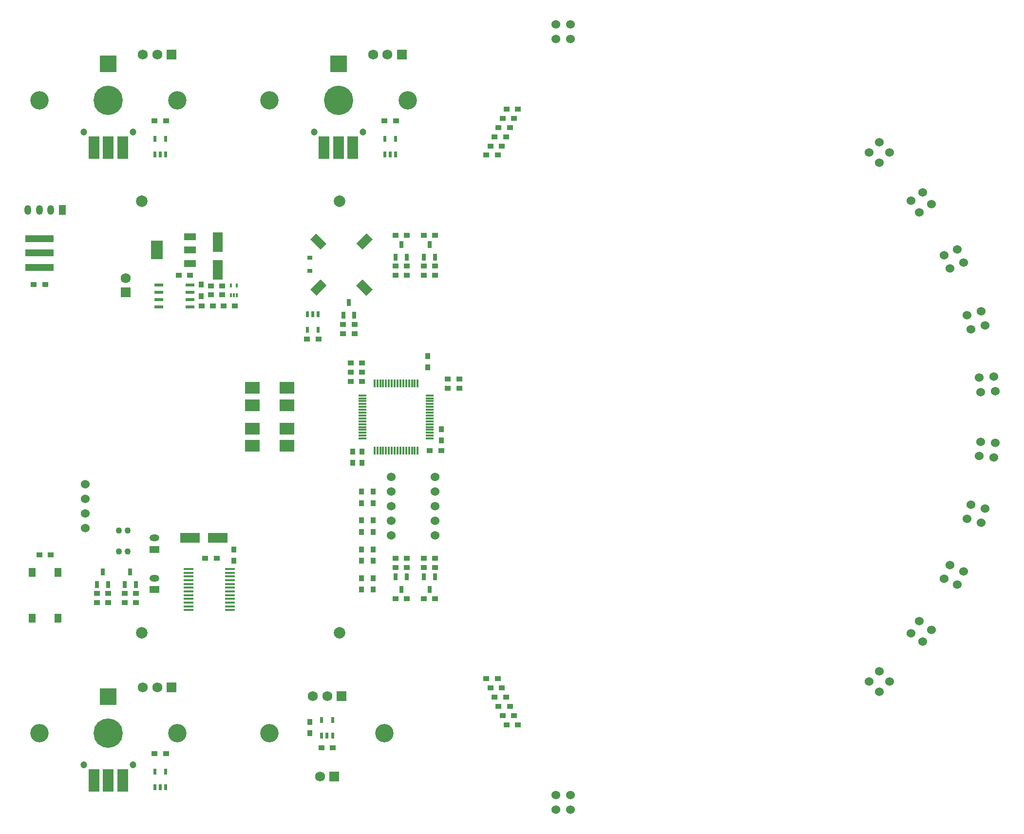
<source format=gts>
G04 #@! TF.FileFunction,Soldermask,Top*
%FSLAX46Y46*%
G04 Gerber Fmt 4.6, Leading zero omitted, Abs format (unit mm)*
G04 Created by KiCad (PCBNEW 4.0.1-stable) date 2018/11/10 20:41:03*
%MOMM*%
G01*
G04 APERTURE LIST*
%ADD10C,0.100000*%
%ADD11R,1.000000X0.900000*%
%ADD12R,1.750000X1.750000*%
%ADD13C,1.750000*%
%ADD14C,5.100000*%
%ADD15R,1.900000X4.000000*%
%ADD16R,3.000000X3.000000*%
%ADD17C,1.200000*%
%ADD18R,0.500000X1.100000*%
%ADD19C,3.200000*%
%ADD20R,0.900000X1.000000*%
%ADD21R,0.900000X0.800000*%
%ADD22R,1.200000X1.700000*%
%ADD23O,1.200000X1.700000*%
%ADD24R,1.700000X1.200000*%
%ADD25O,1.700000X1.200000*%
%ADD26R,0.800000X1.200000*%
%ADD27R,5.000000X1.200000*%
%ADD28R,1.300000X1.550000*%
%ADD29R,1.400000X0.300000*%
%ADD30R,0.300000X1.400000*%
%ADD31R,0.300000X0.700000*%
%ADD32R,1.750000X0.450000*%
%ADD33R,2.150000X3.250000*%
%ADD34R,2.150000X1.300000*%
%ADD35C,1.524000*%
%ADD36R,1.550000X0.600000*%
%ADD37R,2.500000X2.000000*%
%ADD38C,1.100000*%
%ADD39R,1.700000X3.400000*%
%ADD40R,3.400000X1.700000*%
%ADD41C,2.000000*%
G04 APERTURE END LIST*
D10*
D11*
X90000000Y-48500000D03*
X92000000Y-48500000D03*
D12*
X93000000Y-37000000D03*
D13*
X90500000Y-37000000D03*
X88000000Y-37000000D03*
D14*
X82000000Y-45000000D03*
D15*
X82000000Y-53200000D03*
X79500000Y-53200000D03*
X84500000Y-53200000D03*
D16*
X82000000Y-38600000D03*
D17*
X77750000Y-50500000D03*
X86250000Y-50500000D03*
D18*
X90050000Y-54350000D03*
X91000000Y-54350000D03*
X91950000Y-54350000D03*
X91950000Y-51650000D03*
X90050000Y-51650000D03*
D19*
X70000000Y-45000000D03*
X94000000Y-45000000D03*
X54000000Y-45000000D03*
X30000000Y-45000000D03*
D18*
X50050000Y-54350000D03*
X51000000Y-54350000D03*
X51950000Y-54350000D03*
X51950000Y-51650000D03*
X50050000Y-51650000D03*
D14*
X42000000Y-45000000D03*
D15*
X42000000Y-53200000D03*
X39500000Y-53200000D03*
X44500000Y-53200000D03*
D16*
X42000000Y-38600000D03*
D17*
X37750000Y-50500000D03*
X46250000Y-50500000D03*
D12*
X53000000Y-37000000D03*
D13*
X50500000Y-37000000D03*
X48000000Y-37000000D03*
D11*
X50000000Y-48500000D03*
X52000000Y-48500000D03*
D20*
X99900000Y-102100000D03*
X99900000Y-104100000D03*
D11*
X101000000Y-93400000D03*
X103000000Y-93400000D03*
X101000000Y-95000000D03*
X103000000Y-95000000D03*
D20*
X97500000Y-89400000D03*
X97500000Y-91400000D03*
D11*
X97850000Y-105850000D03*
X99850000Y-105850000D03*
X86100000Y-92200000D03*
X84100000Y-92200000D03*
X56200000Y-75400000D03*
X54200000Y-75400000D03*
X86100000Y-93800000D03*
X84100000Y-93800000D03*
D20*
X58100000Y-77000000D03*
X58100000Y-79000000D03*
X86100000Y-106000000D03*
X86100000Y-108000000D03*
X84500000Y-106000000D03*
X84500000Y-108000000D03*
X63800000Y-125000000D03*
X63800000Y-123000000D03*
D11*
X60800000Y-124600000D03*
X58800000Y-124600000D03*
X78500000Y-86500000D03*
X76500000Y-86500000D03*
D21*
X77000000Y-72350000D03*
X77000000Y-74650000D03*
D22*
X34000000Y-64000000D03*
D23*
X32000000Y-64000000D03*
X30000000Y-64000000D03*
X28000000Y-64000000D03*
D12*
X45000000Y-78365000D03*
D13*
X45000000Y-75865000D03*
D24*
X50000000Y-130000000D03*
D25*
X50000000Y-128000000D03*
D24*
X50000000Y-123000000D03*
D25*
X50000000Y-121000000D03*
D26*
X82850000Y-82300000D03*
X84750000Y-82300000D03*
X83800000Y-80100000D03*
X91950000Y-72200000D03*
X93850000Y-72200000D03*
X92900000Y-70000000D03*
X96850000Y-72200000D03*
X98750000Y-72200000D03*
X97800000Y-70000000D03*
X98750000Y-127800000D03*
X96850000Y-127800000D03*
X97800000Y-130000000D03*
X93850000Y-127800000D03*
X91950000Y-127800000D03*
X92900000Y-130000000D03*
D20*
X88000000Y-130000000D03*
X88000000Y-128000000D03*
X88000000Y-125000000D03*
X88000000Y-123000000D03*
X88000000Y-120000000D03*
X88000000Y-118000000D03*
X88000000Y-115000000D03*
X88000000Y-113000000D03*
D11*
X32000000Y-124000000D03*
X30000000Y-124000000D03*
X29000000Y-77000000D03*
X31000000Y-77000000D03*
X59800000Y-77200000D03*
X61800000Y-77200000D03*
X61800000Y-78800000D03*
X59800000Y-78800000D03*
X86100000Y-90600000D03*
X84100000Y-90600000D03*
X58200000Y-80700000D03*
X60200000Y-80700000D03*
X84800000Y-85500000D03*
X82800000Y-85500000D03*
X82800000Y-83900000D03*
X84800000Y-83900000D03*
X91900000Y-75400000D03*
X93900000Y-75400000D03*
X96800000Y-75400000D03*
X98800000Y-75400000D03*
X98800000Y-124600000D03*
X96800000Y-124600000D03*
X93900000Y-124600000D03*
X91900000Y-124600000D03*
X91900000Y-73800000D03*
X93900000Y-73800000D03*
X96800000Y-73800000D03*
X98800000Y-73800000D03*
X98800000Y-126200000D03*
X96800000Y-126200000D03*
X93900000Y-126200000D03*
X91900000Y-126200000D03*
X91900000Y-68400000D03*
X93900000Y-68400000D03*
X96800000Y-68400000D03*
X98800000Y-68400000D03*
X96800000Y-131600000D03*
X98800000Y-131600000D03*
X91900000Y-131600000D03*
X93900000Y-131600000D03*
X111800000Y-49700000D03*
X109800000Y-49700000D03*
X112500000Y-48100000D03*
X110500000Y-48100000D03*
X113200000Y-46500000D03*
X111200000Y-46500000D03*
X109700000Y-54500000D03*
X107700000Y-54500000D03*
X110400000Y-52900000D03*
X108400000Y-52900000D03*
X111100000Y-51300000D03*
X109100000Y-51300000D03*
X111100000Y-148700000D03*
X109100000Y-148700000D03*
X110400000Y-147100000D03*
X108400000Y-147100000D03*
X109700000Y-145500000D03*
X107700000Y-145500000D03*
X113200000Y-153500000D03*
X111200000Y-153500000D03*
X112500000Y-151900000D03*
X110500000Y-151900000D03*
X111800000Y-150300000D03*
X109800000Y-150300000D03*
D18*
X78450000Y-82150000D03*
X77500000Y-82150000D03*
X76550000Y-82150000D03*
X76550000Y-84850000D03*
X78450000Y-84850000D03*
D27*
X30000000Y-74000000D03*
X30000000Y-71500000D03*
X30000000Y-69000000D03*
D28*
X33250000Y-127025000D03*
X33250000Y-134975000D03*
X28750000Y-127025000D03*
X28750000Y-134975000D03*
D29*
X97850000Y-103750000D03*
X97850000Y-103250000D03*
X97850000Y-102750000D03*
X97850000Y-102250000D03*
X97850000Y-101750000D03*
X97850000Y-101250000D03*
X97850000Y-100750000D03*
X97850000Y-100250000D03*
X97850000Y-99750000D03*
X97850000Y-99250000D03*
X97850000Y-98750000D03*
X97850000Y-98250000D03*
X97850000Y-97750000D03*
X97850000Y-97250000D03*
X97850000Y-96750000D03*
X97850000Y-96250000D03*
D30*
X95750000Y-94150000D03*
X95250000Y-94150000D03*
X94750000Y-94150000D03*
X94250000Y-94150000D03*
X93750000Y-94150000D03*
X93250000Y-94150000D03*
X92750000Y-94150000D03*
X92250000Y-94150000D03*
X91750000Y-94150000D03*
X91250000Y-94150000D03*
X90750000Y-94150000D03*
X90250000Y-94150000D03*
X89750000Y-94150000D03*
X89250000Y-94150000D03*
X88750000Y-94150000D03*
X88250000Y-94150000D03*
D29*
X86150000Y-96250000D03*
X86150000Y-96750000D03*
X86150000Y-97250000D03*
X86150000Y-97750000D03*
X86150000Y-98250000D03*
X86150000Y-98750000D03*
X86150000Y-99250000D03*
X86150000Y-99750000D03*
X86150000Y-100250000D03*
X86150000Y-100750000D03*
X86150000Y-101250000D03*
X86150000Y-101750000D03*
X86150000Y-102250000D03*
X86150000Y-102750000D03*
X86150000Y-103250000D03*
X86150000Y-103750000D03*
D30*
X88250000Y-105850000D03*
X88750000Y-105850000D03*
X89250000Y-105850000D03*
X89750000Y-105850000D03*
X90250000Y-105850000D03*
X90750000Y-105850000D03*
X91250000Y-105850000D03*
X91750000Y-105850000D03*
X92250000Y-105850000D03*
X92750000Y-105850000D03*
X93250000Y-105850000D03*
X93750000Y-105850000D03*
X94250000Y-105850000D03*
X94750000Y-105850000D03*
X95250000Y-105850000D03*
X95750000Y-105850000D03*
D31*
X63300000Y-78850000D03*
X63800000Y-78850000D03*
X64300000Y-78850000D03*
X64300000Y-77150000D03*
X63300000Y-77150000D03*
D32*
X55900000Y-126425000D03*
X55900000Y-127075000D03*
X55900000Y-127725000D03*
X55900000Y-128375000D03*
X55900000Y-129025000D03*
X55900000Y-129675000D03*
X55900000Y-130325000D03*
X55900000Y-130975000D03*
X55900000Y-131625000D03*
X55900000Y-132275000D03*
X55900000Y-132925000D03*
X55900000Y-133575000D03*
X63100000Y-133575000D03*
X63100000Y-132925000D03*
X63100000Y-132275000D03*
X63100000Y-131625000D03*
X63100000Y-130975000D03*
X63100000Y-130325000D03*
X63100000Y-129675000D03*
X63100000Y-129025000D03*
X63100000Y-128375000D03*
X63100000Y-127725000D03*
X63100000Y-127075000D03*
X63100000Y-126425000D03*
D33*
X50400000Y-71000000D03*
D34*
X56200000Y-71000000D03*
X56200000Y-68700000D03*
X56200000Y-73300000D03*
D35*
X91190000Y-115500000D03*
X91190000Y-112960000D03*
X91190000Y-110420000D03*
X91190000Y-118040000D03*
X91190000Y-120580000D03*
X98810000Y-120580000D03*
X98810000Y-118040000D03*
X98810000Y-115500000D03*
X98810000Y-112960000D03*
X98810000Y-110420000D03*
X195907134Y-107040978D03*
X196128510Y-104510644D03*
X193376800Y-106819602D03*
X193598176Y-104289268D03*
X185013648Y-63029413D03*
X183556764Y-60948767D03*
X182933002Y-64486297D03*
X181476118Y-62405651D03*
X177757992Y-54038059D03*
X175961941Y-52242008D03*
X175961941Y-55834110D03*
X174165890Y-54038059D03*
X119730000Y-31730000D03*
X119730000Y-34270000D03*
X122270000Y-31730000D03*
X122270000Y-34270000D03*
X196128510Y-95489356D03*
X195907134Y-92959022D03*
X193598176Y-95710732D03*
X193376800Y-93180398D03*
X194340605Y-84074788D03*
X193683205Y-81621336D03*
X191887153Y-84732188D03*
X191229753Y-82278736D03*
X190597742Y-73144099D03*
X189524292Y-70842077D03*
X188295720Y-74217549D03*
X187222270Y-71915527D03*
X189524292Y-129157923D03*
X190597742Y-126855901D03*
X187222270Y-128084473D03*
X188295720Y-125782451D03*
X193683205Y-118378664D03*
X194340605Y-115925212D03*
X191229753Y-117721264D03*
X191887153Y-115267812D03*
X119730000Y-165730000D03*
X119730000Y-168270000D03*
X122270000Y-165730000D03*
X122270000Y-168270000D03*
X175961941Y-147757992D03*
X177757992Y-145961941D03*
X174165890Y-145961941D03*
X175961941Y-144165890D03*
X183556764Y-139051233D03*
X185013648Y-136970587D03*
X181476118Y-137594349D03*
X182933002Y-135513703D03*
D10*
G36*
X78853553Y-70914214D02*
X77085786Y-69146447D01*
X78146447Y-68085786D01*
X79914214Y-69853553D01*
X78853553Y-70914214D01*
X78853553Y-70914214D01*
G37*
G36*
X78146447Y-78914214D02*
X77085786Y-77853553D01*
X78853553Y-76085786D01*
X79914214Y-77146447D01*
X78146447Y-78914214D01*
X78146447Y-78914214D01*
G37*
G36*
X86853553Y-78914214D02*
X85085786Y-77146447D01*
X86146447Y-76085786D01*
X87914214Y-77853553D01*
X86853553Y-78914214D01*
X86853553Y-78914214D01*
G37*
G36*
X86146447Y-70914214D02*
X85085786Y-69853553D01*
X86853553Y-68085786D01*
X87914214Y-69146447D01*
X86146447Y-70914214D01*
X86146447Y-70914214D01*
G37*
D36*
X50800000Y-77095000D03*
X50800000Y-78365000D03*
X50800000Y-79635000D03*
X50800000Y-80905000D03*
X56200000Y-80905000D03*
X56200000Y-79635000D03*
X56200000Y-78365000D03*
X56200000Y-77095000D03*
D35*
X38000000Y-119310000D03*
X38000000Y-116770000D03*
X38000000Y-114230000D03*
X38000000Y-111690000D03*
D37*
X73000000Y-97960000D03*
X67000000Y-97960000D03*
X67000000Y-94960000D03*
X73000000Y-94960000D03*
X67000000Y-102040000D03*
X73000000Y-102040000D03*
X73000000Y-105040000D03*
X67000000Y-105040000D03*
D38*
X45350000Y-119700000D03*
X43850000Y-119700000D03*
X45350000Y-123400000D03*
X43850000Y-123400000D03*
D26*
X40050000Y-129100000D03*
X41950000Y-129100000D03*
X41000000Y-126900000D03*
X44850000Y-129100000D03*
X46750000Y-129100000D03*
X45800000Y-126900000D03*
D11*
X42000000Y-132300000D03*
X40000000Y-132300000D03*
X40000000Y-130700000D03*
X42000000Y-130700000D03*
X46800000Y-132300000D03*
X44800000Y-132300000D03*
X44800000Y-130700000D03*
X46800000Y-130700000D03*
D39*
X61000000Y-69600000D03*
X61000000Y-74400000D03*
D40*
X61000000Y-121000000D03*
X56200000Y-121000000D03*
D20*
X86000000Y-130000000D03*
X86000000Y-128000000D03*
X86000000Y-125000000D03*
X86000000Y-123000000D03*
X86000000Y-120000000D03*
X86000000Y-118000000D03*
X86000000Y-115000000D03*
X86000000Y-113000000D03*
D11*
X64000000Y-80700000D03*
X62000000Y-80700000D03*
X50000000Y-158500000D03*
X52000000Y-158500000D03*
D20*
X77000000Y-155000000D03*
X77000000Y-153000000D03*
D12*
X53000000Y-147000000D03*
D13*
X50500000Y-147000000D03*
X48000000Y-147000000D03*
D12*
X81270000Y-162500000D03*
D13*
X78770000Y-162500000D03*
D12*
X82540000Y-148500000D03*
D13*
X80040000Y-148500000D03*
X77540000Y-148500000D03*
D11*
X81000000Y-157500000D03*
X79000000Y-157500000D03*
D14*
X42000000Y-155000000D03*
D15*
X42000000Y-163200000D03*
X39500000Y-163200000D03*
X44500000Y-163200000D03*
D16*
X42000000Y-148600000D03*
D17*
X37750000Y-160500000D03*
X46250000Y-160500000D03*
D18*
X50050000Y-164350000D03*
X51000000Y-164350000D03*
X51950000Y-164350000D03*
X51950000Y-161650000D03*
X50050000Y-161650000D03*
X79050000Y-155350000D03*
X80000000Y-155350000D03*
X80950000Y-155350000D03*
X80950000Y-152650000D03*
X79050000Y-152650000D03*
D19*
X30000000Y-155000000D03*
X54000000Y-155000000D03*
D41*
X47800000Y-137500000D03*
X47800000Y-62500000D03*
X82200000Y-62500000D03*
X82200000Y-137500000D03*
D19*
X90000000Y-155000000D03*
X70000000Y-155000000D03*
M02*

</source>
